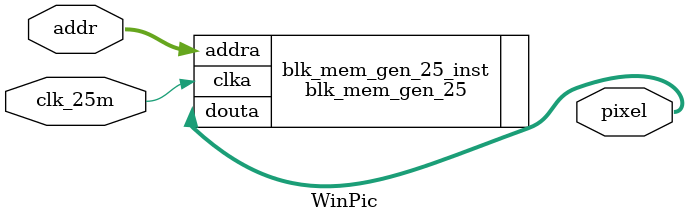
<source format=v>
module ScoPic(clk_25m, addr, pixel);
	input clk_25m;
	input [16:0]addr;
	output [11:0]pixel;
	
	blk_mem_gen_20 blk_mem_gen_20_inst(
      .clka(clk_25m),
      .addra(addr),
      .douta(pixel)
    ); 
endmodule

module Ti1Pic(clk_25m, addr, pixel);
	input clk_25m;
	input [16:0]addr;
	output [11:0]pixel;
	
	blk_mem_gen_21 blk_mem_gen_21_inst(
      .clka(clk_25m),
      .addra(addr),
      .douta(pixel)
    ); 
endmodule

module Ti2Pic(clk_25m, addr, pixel);
	input clk_25m;
	input [16:0]addr;
	output [11:0]pixel;
	
	blk_mem_gen_22 blk_mem_gen_22_inst(
      .clka(clk_25m),
      .addra(addr),
      .douta(pixel)
    ); 
endmodule

module En1Pic(clk_25m, addr, pixel);
	input clk_25m;
	input [16:0]addr;
	output [11:0]pixel;
	
	blk_mem_gen_23 blk_mem_gen_23_inst(
      .clka(clk_25m),
      .addra(addr),
      .douta(pixel)
    ); 
endmodule

module En2Pic(clk_25m, addr, pixel);
	input clk_25m;
	input [16:0]addr;
	output [11:0]pixel;
	
	blk_mem_gen_24 blk_mem_gen_24_inst(
      .clka(clk_25m),
      .addra(addr),
      .douta(pixel)
    ); 
endmodule

module WinPic(clk_25m, addr, pixel);
	input clk_25m;
	input [16:0]addr;
	output [11:0]pixel;
	
	blk_mem_gen_25 blk_mem_gen_25_inst(
      .clka(clk_25m),
      .addra(addr),
      .douta(pixel)
    ); 
endmodule
</source>
